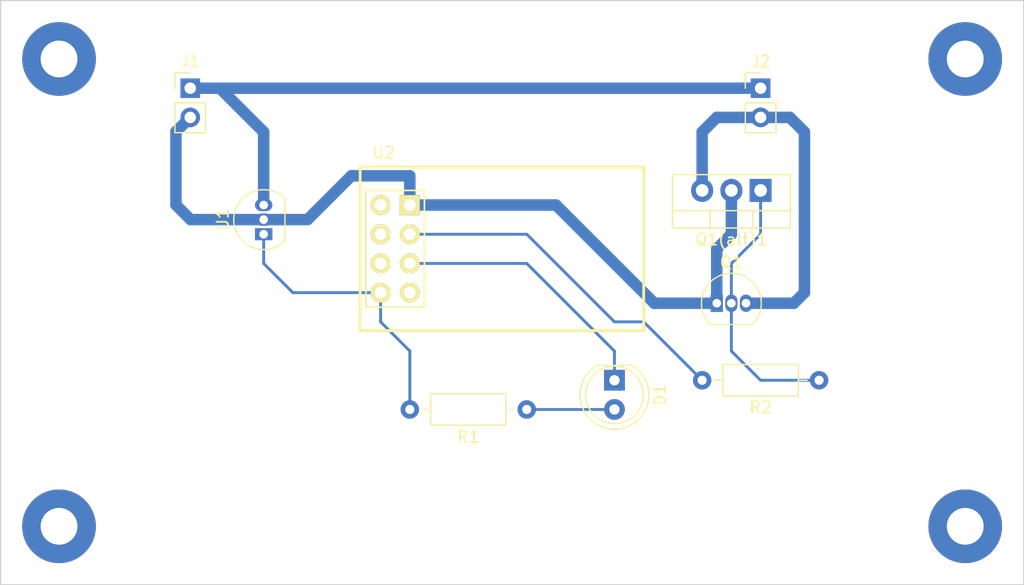
<source format=kicad_pcb>
(kicad_pcb (version 20211014) (generator pcbnew)
  (title_block (title "Runtime Limiter") (date "2023-06-26") (rev "01") (company "David E. Powell"))
  (layers (0 "F.Cu" signal) (31 "B.Cu" signal) (34 "B.Paste" user) (35 "F.Paste" user) (36 "B.SilkS" user "B.Silkscreen") (37 "F.SilkS" user "F.Silkscreen") (38 "B.Mask" user) (39 "F.Mask" user) (44 "Edge.Cuts" user))
  (net 0 "")
  (net 1 "GNDREF")
  (net 2 "Net-(Q1-Pad2)")
  (net 7 "Net-(R2-Pad2)")
  (net 8 "Net-(D1-Pad1)")
  (net 9 "Net-(D1-Pad2)")
  (net 10 "/Control Power")
  (net 11 "/Internal Power")
  (net 12 "/Control Ground")
  (footprint "MountingHole:MountingHole_3.2mm_M3_Pad" (layer "F.Cu") (at 81.28 68.58)
    (fp_text reference "REF**" hide)
    (fp_text value "MountingHole_3.2mm_M3_Pad" hide)
    (pad "1" thru_hole circle (at 0 0) (size 6.4 6.4) (drill 3.2) (layers *.Cu *.Mask))
  )
  (footprint "MountingHole:MountingHole_3.2mm_M3_Pad" (layer "F.Cu") (at 81.28 109.22)
    (fp_text reference "REF**" hide)
    (fp_text value "MountingHole_3.2mm_M3_Pad" hide)
    (pad "1" thru_hole circle (at 0 0) (size 6.4 6.4) (drill 3.2) (layers *.Cu *.Mask))
  )
  (footprint "Package_TO_SOT_THT:TO-92_Inline" (layer "F.Cu") (at 99.06 83.82 90)
    (fp_text reference "U1" (at 1.27 -3.56 90) (layer "F.SilkS"))
    (fp_text value "78L03" hide)
    (fp_line (start -0.53 1.85) (end 3.07 1.85) (layer "F.SilkS") (width 0.12))
    (fp_arc (start 1.27 -2.6) (mid 3.672087 -0.994977) (end 3.108478 1.838478) (layer "F.SilkS") (width 0.12))
    (fp_arc (start -0.568478 1.838478) (mid -1.132087 -0.994977) (end 1.27 -2.6) (layer "F.SilkS") (width 0.12))
    (pad "1" thru_hole rect (at 0 0 90) (size 1.05 1.5) (drill 0.75) (layers *.Cu *.Mask) (net 11 "/Internal Power"))
    (pad "2" thru_hole oval (at 1.27 0 90) (size 1.05 1.5) (drill 0.75) (layers *.Cu *.Mask) (net 1 "GNDREF"))
    (pad "3" thru_hole oval (at 2.54 0 90) (size 1.05 1.5) (drill 0.75) (layers *.Cu *.Mask) (net 10 "/Control Power"))
  )
  (footprint "Connector_PinHeader_2.54mm:PinHeader_1x02_P2.54mm_Vertical" (layer "F.Cu") (at 92.68 71.12)
    (fp_text reference "J1" (at 0 -2.33) (layer "F.SilkS"))
    (fp_text value "5-20 Volts")
    (fp_line (start 1.33 1.27) (end 1.33 3.87) (layer "F.SilkS") (width 0.12))
    (fp_line (start -1.33 0) (end -1.33 -1.33) (layer "F.SilkS") (width 0.12))
    (fp_line (start -1.33 3.87) (end 1.33 3.87) (layer "F.SilkS") (width 0.12))
    (fp_line (start -1.33 1.27) (end -1.33 3.87) (layer "F.SilkS") (width 0.12))
    (fp_line (start -1.33 1.27) (end 1.33 1.27) (layer "F.SilkS") (width 0.12))
    (fp_line (start -1.33 -1.33) (end 0 -1.33) (layer "F.SilkS") (width 0.12))
    (pad "1" thru_hole rect (at 0 0) (size 1.7 1.7) (drill 1) (layers *.Cu *.Mask) (net 10 "/Control Power"))
    (pad "2" thru_hole oval (at 0 2.54) (size 1.7 1.7) (drill 1) (layers *.Cu *.Mask) (net 1 "GNDREF"))
  )
  (footprint "MountingHole:MountingHole_3.2mm_M3_Pad" (layer "F.Cu") (at 160.02 109.22)
    (fp_text reference "REF**" hide)
    (fp_text value "MountingHole_3.2mm_M3_Pad" hide)
    (pad "1" thru_hole circle (at 0 0) (size 6.4 6.4) (drill 3.2) (layers *.Cu *.Mask))
  )
  (footprint "Connector_PinHeader_2.54mm:PinHeader_1x02_P2.54mm_Vertical" (layer "F.Cu") (at 142.24 71.12)
    (fp_text reference "J2" (at 0 -2.33) (layer "F.SilkS"))
    (fp_text value "Vout")
    (fp_line (start -1.33 3.87) (end 1.33 3.87) (layer "F.SilkS") (width 0.12))
    (fp_line (start -1.33 -1.33) (end 0 -1.33) (layer "F.SilkS") (width 0.12))
    (fp_line (start -1.33 1.27) (end -1.33 3.87) (layer "F.SilkS") (width 0.12))
    (fp_line (start -1.33 0) (end -1.33 -1.33) (layer "F.SilkS") (width 0.12))
    (fp_line (start 1.33 1.27) (end 1.33 3.87) (layer "F.SilkS") (width 0.12))
    (fp_line (start -1.33 1.27) (end 1.33 1.27) (layer "F.SilkS") (width 0.12))
    (pad "1" thru_hole rect (at 0 0) (size 1.7 1.7) (drill 1) (layers *.Cu *.Mask) (net 10 "/Control Power"))
    (pad "2" thru_hole oval (at 0 2.54) (size 1.7 1.7) (drill 1) (layers *.Cu *.Mask) (net 12 "/Control Ground"))
  )
  (footprint "MountingHole:MountingHole_3.2mm_M3_Pad" (layer "F.Cu") (at 160.02 68.58)
    (fp_text reference "REF**" hide)
    (fp_text value "MountingHole_3.2mm_M3_Pad" hide)
    (pad "1" thru_hole circle (at 0 0) (size 6.4 6.4) (drill 3.2) (layers *.Cu *.Mask))
  )
  (footprint "Resistor_THT:R_Axial_DIN0207_L6.3mm_D2.5mm_P10.16mm_Horizontal" (layer "F.Cu") (at 121.92 99.06 180)
    (fp_text reference "R1" (at 5.08 -2.37) (layer "F.SilkS"))
    (fp_text value "220" hide)
    (fp_line (start 8.35 1.37) (end 8.35 -1.37) (layer "F.SilkS") (width 0.12))
    (fp_line (start 1.81 -1.37) (end 1.81 1.37) (layer "F.SilkS") (width 0.12))
    (fp_line (start 9.12 0) (end 8.35 0) (layer "F.SilkS") (width 0.12))
    (fp_line (start 1.04 0) (end 1.81 0) (layer "F.SilkS") (width 0.12))
    (fp_line (start 1.81 1.37) (end 8.35 1.37) (layer "F.SilkS") (width 0.12))
    (fp_line (start 8.35 -1.37) (end 1.81 -1.37) (layer "F.SilkS") (width 0.12))
    (pad "1" thru_hole circle (at 0 0 180) (size 1.6 1.6) (drill 0.8) (layers *.Cu *.Mask) (net 9 "Net-(D1-Pad2)"))
    (pad "2" thru_hole oval (at 10.16 0 180) (size 1.6 1.6) (drill 0.8) (layers *.Cu *.Mask) (net 11 "/Internal Power"))
  )
  (footprint "Resistor_THT:R_Axial_DIN0207_L6.3mm_D2.5mm_P10.16mm_Horizontal" (layer "F.Cu") (at 147.32 96.52 180)
    (fp_text reference "R2" (at 5.08 -2.37) (layer "F.SilkS"))
    (fp_text value "1K" hide)
    (fp_line (start 1.04 0) (end 1.81 0) (layer "F.SilkS") (width 0.12))
    (fp_line (start 9.12 0) (end 8.35 0) (layer "F.SilkS") (width 0.12))
    (fp_line (start 8.35 -1.37) (end 1.81 -1.37) (layer "F.SilkS") (width 0.12))
    (fp_line (start 8.35 1.37) (end 8.35 -1.37) (layer "F.SilkS") (width 0.12))
    (fp_line (start 1.81 -1.37) (end 1.81 1.37) (layer "F.SilkS") (width 0.12))
    (fp_line (start 1.81 1.37) (end 8.35 1.37) (layer "F.SilkS") (width 0.12))
    (pad "1" thru_hole circle (at 0 0 180) (size 1.6 1.6) (drill 0.8) (layers *.Cu *.Mask) (net 2 "Net-(Q1-Pad2)"))
    (pad "2" thru_hole oval (at 10.16 0 180) (size 1.6 1.6) (drill 0.8) (layers *.Cu *.Mask) (net 7 "Net-(R2-Pad2)"))
  )
  (footprint "Package_TO_SOT_THT:TO-220-3_Vertical" (layer "F.Cu") (at 142.24 80.01 180)
    (fp_text reference "Q1(alt)1" (at 2.54 -4.27) (layer "F.SilkS"))
    (fp_text value "2SC1945" hide)
    (fp_line (start -2.58 -3.27) (end -2.58 1.371) (layer "F.SilkS") (width 0.12))
    (fp_line (start -2.58 1.371) (end 7.66 1.371) (layer "F.SilkS") (width 0.12))
    (fp_line (start 0.69 -3.27) (end 0.69 -1.76) (layer "F.SilkS") (width 0.12))
    (fp_line (start 7.66 -3.27) (end 7.66 1.371) (layer "F.SilkS") (width 0.12))
    (fp_line (start -2.58 -1.76) (end 7.66 -1.76) (layer "F.SilkS") (width 0.12))
    (fp_line (start 4.391 -3.27) (end 4.391 -1.76) (layer "F.SilkS") (width 0.12))
    (fp_line (start -2.58 -3.27) (end 7.66 -3.27) (layer "F.SilkS") (width 0.12))
    (pad "1" thru_hole rect (at 0 0 180) (size 1.905 2) (drill 1.1) (layers *.Cu *.Mask) (net 2 "Net-(Q1-Pad2)"))
    (pad "2" thru_hole oval (at 2.54 0 180) (size 1.905 2) (drill 1.1) (layers *.Cu *.Mask) (net 1 "GNDREF"))
    (pad "3" thru_hole oval (at 5.08 0 180) (size 1.905 2) (drill 1.1) (layers *.Cu *.Mask) (net 12 "/Control Ground"))
  )
  (footprint "LED_THT:LED_D5.0mm" (layer "F.Cu") (at 129.54 96.52 -90)
    (fp_text reference "D1" (at 1.27 -3.96 90) (layer "F.SilkS"))
    (fp_text value "LED" hide)
    (fp_line (start -1.29 -1.545) (end -1.29 1.545) (layer "F.SilkS") (width 0.12))
    (fp_arc (start 4.26 -0.000462) (mid 2.072002 2.880433) (end -1.29 1.54483) (layer "F.SilkS") (width 0.12))
    (fp_arc (start -1.29 -1.54483) (mid 2.072002 -2.880433) (end 4.26 0.000462) (layer "F.SilkS") (width 0.12))
    (fp_circle (center 1.27 0) (end 3.77 0) (layer "F.SilkS") (width 0.12) (fill none))
    (pad "1" thru_hole rect (at 0 0 270) (size 1.8 1.8) (drill 0.9) (layers *.Cu *.Mask) (net 8 "Net-(D1-Pad1)"))
    (pad "2" thru_hole circle (at 2.54 0 270) (size 1.8 1.8) (drill 0.9) (layers *.Cu *.Mask) (net 9 "Net-(D1-Pad2)"))
  )
  (footprint "ESP8266:ESP8266-01s" (layer "F.Cu") (at 109.22 81.28)
    (fp_text reference "U2" (at 0.254 -4.572) (layer "F.SilkS"))
    (fp_text value "ESP8266-01s")
    (fp_line (start -1.778 -3.302) (end 22.86 -3.302) (layer "F.SilkS") (width 0.254))
    (fp_line (start 3.81 8.89) (end 3.81 -1.27) (layer "F.SilkS") (width 0.1524))
    (fp_line (start -1.27 8.89) (end 3.81 8.89) (layer "F.SilkS") (width 0.1524))
    (fp_line (start -1.27 1.27) (end -1.27 8.89) (layer "F.SilkS") (width 0.1524))
    (fp_line (start -1.778 10.922) (end -1.778 -3.302) (layer "F.SilkS") (width 0.254))
    (fp_line (start -1.27 -1.27) (end -1.27 1.27) (layer "F.SilkS") (width 0.1524))
    (fp_line (start 1.27 -1.27) (end -1.27 -1.27) (layer "F.SilkS") (width 0.1524))
    (fp_line (start 3.81 -1.27) (end 1.27 -1.27) (layer "F.SilkS") (width 0.1524))
    (fp_line (start 22.86 10.922) (end -1.778 10.922) (layer "F.SilkS") (width 0.254))
    (fp_line (start 22.86 -3.302) (end 22.86 10.922) (layer "F.SilkS") (width 0.254))
    (pad "1" thru_hole rect (at 2.54 0) (size 1.7272 1.7272) (drill 1.016) (layers *.Cu *.Mask "F.SilkS") (net 1 "GNDREF"))
    (pad "2" thru_hole oval (at 0 0) (size 1.7272 1.7272) (drill 1.016) (layers *.Cu *.Mask "F.SilkS"))
    (pad "3" thru_hole oval (at 2.54 2.54) (size 1.7272 1.7272) (drill 1.016) (layers *.Cu *.Mask "F.SilkS") (net 7 "Net-(R2-Pad2)"))
    (pad "4" thru_hole oval (at 0 2.54) (size 1.7272 1.7272) (drill 1.016) (layers *.Cu *.Mask "F.SilkS"))
    (pad "5" thru_hole oval (at 2.54 5.08) (size 1.7272 1.7272) (drill 1.016) (layers *.Cu *.Mask "F.SilkS") (net 8 "Net-(D1-Pad1)"))
    (pad "6" thru_hole oval (at 0 5.08) (size 1.7272 1.7272) (drill 1.016) (layers *.Cu *.Mask "F.SilkS"))
    (pad "7" thru_hole oval (at 2.54 7.62) (size 1.7272 1.7272) (drill 1.016) (layers *.Cu *.Mask "F.SilkS"))
    (pad "8" thru_hole oval (at 0 7.62) (size 1.7272 1.7272) (drill 1.016) (layers *.Cu *.Mask "F.SilkS") (net 11 "/Internal Power"))
  )
  (footprint "Package_TO_SOT_THT:TO-92_Inline" (layer "F.Cu") (at 138.43 89.821115)
    (fp_text reference "Q1" (at 1.27 -3.56) (layer "F.SilkS"))
    (fp_text value "2N3904" hide)
    (fp_line (start -0.53 1.85) (end 3.07 1.85) (layer "F.SilkS") (width 0.12))
    (fp_arc (start -0.568478 1.838478) (mid -1.132087 -0.994977) (end 1.27 -2.6) (layer "F.SilkS") (width 0.12))
    (fp_arc (start 1.27 -2.6) (mid 3.672087 -0.994977) (end 3.108478 1.838478) (layer "F.SilkS") (width 0.12))
    (pad "1" thru_hole rect (at 0 0) (size 1.05 1.5) (drill 0.75) (layers *.Cu *.Mask) (net 1 "GNDREF"))
    (pad "2" thru_hole oval (at 1.27 0) (size 1.05 1.5) (drill 0.75) (layers *.Cu *.Mask) (net 2 "Net-(Q1-Pad2)"))
    (pad "3" thru_hole oval (at 2.54 0) (size 1.05 1.5) (drill 0.75) (layers *.Cu *.Mask) (net 12 "/Control Ground"))
  )
  (gr_rect (start 76.2 63.5) (end 165.1 114.3) (layer "Edge.Cuts") (width 0.1) (fill none))
  (segment (start 99.06 82.55) (end 102.87 82.55) (width 1) (layer "B.Cu") (net 1))
  (segment (start 92.68 73.66) (end 91.44 74.9) (width 1) (layer "B.Cu") (net 1))
  (segment (start 139.7 80.01) (end 139.7 83.82) (width 1) (layer "B.Cu") (net 1))
  (segment (start 133.001115 89.821115) (end 124.46 81.28) (width 1) (layer "B.Cu") (net 1))
  (segment (start 92.71 82.55) (end 99.06 82.55) (width 1) (layer "B.Cu") (net 1))
  (segment (start 124.46 81.28) (end 111.76 81.28) (width 1) (layer "B.Cu") (net 1))
  (segment (start 139.7 83.82) (end 138.43 85.09) (width 1) (layer "B.Cu") (net 1))
  (segment (start 91.44 74.9) (end 91.44 81.28) (width 1) (layer "B.Cu") (net 1))
  (segment (start 102.87 82.55) (end 106.68 78.74) (width 1) (layer "B.Cu") (net 1))
  (segment (start 138.43 85.09) (end 138.43 89.821115) (width 1) (layer "B.Cu") (net 1))
  (segment (start 111.76 78.74) (end 111.76 81.28) (width 1) (layer "B.Cu") (net 1))
  (segment (start 91.44 81.28) (end 92.71 82.55) (width 1) (layer "B.Cu") (net 1))
  (segment (start 138.43 89.821115) (end 133.001115 89.821115) (width 1) (layer "B.Cu") (net 1))
  (segment (start 106.68 78.74) (end 111.76 78.74) (width 1) (layer "B.Cu") (net 1))
  (segment (start 142.24 80.01) (end 142.24 83.82) (width 0.25) (layer "B.Cu") (net 2))
  (segment (start 142.24 83.82) (end 139.7 86.36) (width 0.25) (layer "B.Cu") (net 2))
  (segment (start 147.32 96.52) (end 142.24 96.52) (width 0.25) (layer "B.Cu") (net 2))
  (segment (start 142.24 96.52) (end 139.7 93.98) (width 0.25) (layer "B.Cu") (net 2))
  (segment (start 139.7 93.98) (end 139.7 89.821115) (width 0.25) (layer "B.Cu") (net 2))
  (segment (start 139.7 86.36) (end 139.7 89.821115) (width 0.25) (layer "B.Cu") (net 2))
  (segment (start 132.08 91.44) (end 137.16 96.52) (width 0.25) (layer "B.Cu") (net 7))
  (segment (start 111.76 83.82) (end 121.92 83.82) (width 0.25) (layer "B.Cu") (net 7))
  (segment (start 121.92 83.82) (end 129.54 91.44) (width 0.25) (layer "B.Cu") (net 7))
  (segment (start 129.54 91.44) (end 132.08 91.44) (width 0.25) (layer "B.Cu") (net 7))
  (segment (start 111.76 86.36) (end 121.92 86.36) (width 0.25) (layer "B.Cu") (net 8))
  (segment (start 129.54 93.98) (end 129.54 96.52) (width 0.25) (layer "B.Cu") (net 8))
  (segment (start 121.92 86.36) (end 129.54 93.98) (width 0.25) (layer "B.Cu") (net 8))
  (segment (start 121.92 99.06) (end 129.54 99.06) (width 0.25) (layer "B.Cu") (net 9))
  (segment (start 99.06 74.93) (end 95.25 71.12) (width 1) (layer "B.Cu") (net 10))
  (segment (start 95.25 71.12) (end 142.24 71.12) (width 1) (layer "B.Cu") (net 10))
  (segment (start 99.06 81.28) (end 99.06 74.93) (width 1) (layer "B.Cu") (net 10))
  (segment (start 92.68 71.12) (end 95.25 71.12) (width 1) (layer "B.Cu") (net 10))
  (segment (start 109.22 91.44) (end 111.76 93.98) (width 0.25) (layer "B.Cu") (net 11))
  (segment (start 99.06 86.36) (end 101.6 88.9) (width 0.25) (layer "B.Cu") (net 11))
  (segment (start 99.06 83.82) (end 99.06 86.36) (width 0.25) (layer "B.Cu") (net 11))
  (segment (start 101.6 88.9) (end 109.22 88.9) (width 0.25) (layer "B.Cu") (net 11))
  (segment (start 109.22 88.9) (end 109.22 91.44) (width 0.25) (layer "B.Cu") (net 11))
  (segment (start 111.76 93.98) (end 111.76 99.06) (width 0.25) (layer "B.Cu") (net 11))
  (segment (start 145.128885 89.821115) (end 140.97 89.821115) (width 1) (layer "B.Cu") (net 12))
  (segment (start 137.16 80.01) (end 137.16 74.93) (width 1) (layer "B.Cu") (net 12))
  (segment (start 138.43 73.66) (end 142.24 73.66) (width 1) (layer "B.Cu") (net 12))
  (segment (start 146.05 74.93) (end 146.05 88.9) (width 1) (layer "B.Cu") (net 12))
  (segment (start 142.24 73.66) (end 144.78 73.66) (width 1) (layer "B.Cu") (net 12))
  (segment (start 146.05 88.9) (end 145.128885 89.821115) (width 1) (layer "B.Cu") (net 12))
  (segment (start 144.78 73.66) (end 146.05 74.93) (width 1) (layer "B.Cu") (net 12))
  (segment (start 137.16 74.93) (end 138.43 73.66) (width 1) (layer "B.Cu") (net 12))
)
</source>
